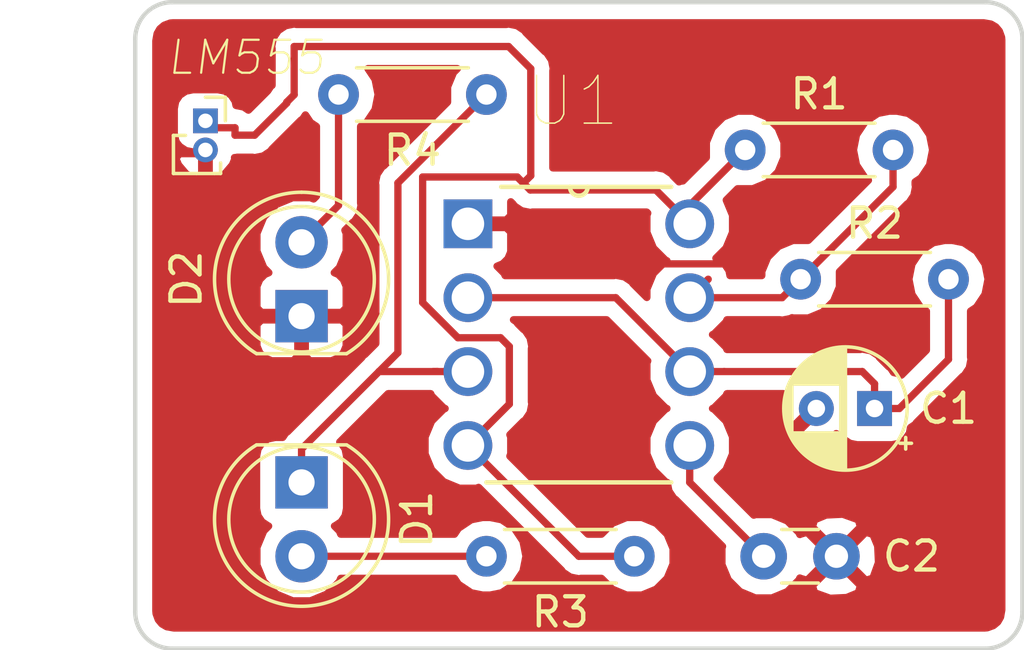
<source format=kicad_pcb>
(kicad_pcb (version 20171130) (host pcbnew "(5.0.0-3-g5ebb6b6)")

  (general
    (thickness 1.6)
    (drawings 8)
    (tracks 61)
    (zones 0)
    (modules 10)
    (nets 9)
  )

  (page A4)
  (layers
    (0 F.Cu signal)
    (31 B.Cu signal)
    (32 B.Adhes user)
    (33 F.Adhes user)
    (34 B.Paste user)
    (35 F.Paste user)
    (36 B.SilkS user)
    (37 F.SilkS user)
    (38 B.Mask user)
    (39 F.Mask user)
    (40 Dwgs.User user)
    (41 Cmts.User user)
    (42 Eco1.User user)
    (43 Eco2.User user)
    (44 Edge.Cuts user)
    (45 Margin user)
    (46 B.CrtYd user)
    (47 F.CrtYd user)
    (48 B.Fab user)
    (49 F.Fab user)
  )

  (setup
    (last_trace_width 0.25)
    (trace_clearance 0.2)
    (zone_clearance 0.508)
    (zone_45_only no)
    (trace_min 0.2)
    (segment_width 0.2)
    (edge_width 0.15)
    (via_size 0.8)
    (via_drill 0.4)
    (via_min_size 0.4)
    (via_min_drill 0.3)
    (uvia_size 0.3)
    (uvia_drill 0.1)
    (uvias_allowed no)
    (uvia_min_size 0.2)
    (uvia_min_drill 0.1)
    (pcb_text_width 0.3)
    (pcb_text_size 1.5 1.5)
    (mod_edge_width 0.15)
    (mod_text_size 1 1)
    (mod_text_width 0.15)
    (pad_size 1.6764 1.6764)
    (pad_drill 1.1176)
    (pad_to_mask_clearance 0.2)
    (aux_axis_origin 0 0)
    (visible_elements FFFFFF7F)
    (pcbplotparams
      (layerselection 0x010fc_ffffffff)
      (usegerberextensions true)
      (usegerberattributes false)
      (usegerberadvancedattributes false)
      (creategerberjobfile false)
      (excludeedgelayer true)
      (linewidth 0.100000)
      (plotframeref false)
      (viasonmask false)
      (mode 1)
      (useauxorigin false)
      (hpglpennumber 1)
      (hpglpenspeed 20)
      (hpglpendiameter 15.000000)
      (psnegative false)
      (psa4output false)
      (plotreference true)
      (plotvalue true)
      (plotinvisibletext false)
      (padsonsilk false)
      (subtractmaskfromsilk false)
      (outputformat 1)
      (mirror false)
      (drillshape 0)
      (scaleselection 1)
      (outputdirectory ""))
  )

  (net 0 "")
  (net 1 "Net-(C1-Pad1)")
  (net 2 GND)
  (net 3 "Net-(C2-Pad1)")
  (net 4 "Net-(D1-Pad2)")
  (net 5 "Net-(D1-Pad1)")
  (net 6 "Net-(D2-Pad2)")
  (net 7 "Net-(R1-Pad2)")
  (net 8 +5V)

  (net_class Default "This is the default net class."
    (clearance 0.2)
    (trace_width 0.25)
    (via_dia 0.8)
    (via_drill 0.4)
    (uvia_dia 0.3)
    (uvia_drill 0.1)
    (add_net +5V)
    (add_net GND)
    (add_net "Net-(C1-Pad1)")
    (add_net "Net-(C2-Pad1)")
    (add_net "Net-(D1-Pad1)")
    (add_net "Net-(D1-Pad2)")
    (add_net "Net-(D2-Pad2)")
    (add_net "Net-(R1-Pad2)")
  )

  (module Connector_PinSocket_1.00mm:PinSocket_1x02_P1.00mm_Vertical (layer F.Cu) (tedit 5C169525) (tstamp 5C3A7F96)
    (at 100.838 44.72)
    (descr "Through hole straight socket strip, 1x02, 1.00mm pitch, single row (https://gct.co/files/drawings/bc065.pdf), script generated")
    (tags "Through hole socket strip THT 1x02 1.00mm single row")
    (path /5C16BD9C)
    (fp_text reference "" (at -0.29 -2.25) (layer F.SilkS)
      (effects (font (size 1 1) (thickness 0.15)))
    )
    (fp_text value Conn_01x02_Male (at -0.29 3.25) (layer F.Fab)
      (effects (font (size 1 1) (thickness 0.15)))
    )
    (fp_line (start -1.04 -0.75) (end 0.085 -0.75) (layer F.Fab) (width 0.1))
    (fp_line (start 0.085 -0.75) (end 0.46 -0.375) (layer F.Fab) (width 0.1))
    (fp_line (start 0.46 -0.375) (end 0.46 1.75) (layer F.Fab) (width 0.1))
    (fp_line (start 0.46 1.75) (end -1.04 1.75) (layer F.Fab) (width 0.1))
    (fp_line (start -1.04 1.75) (end -1.04 -0.75) (layer F.Fab) (width 0.1))
    (fp_line (start -1.1 0.5) (end -0.685 0.5) (layer F.SilkS) (width 0.12))
    (fp_line (start -1.1 0.5) (end -1.1 1.81) (layer F.SilkS) (width 0.12))
    (fp_line (start -1.1 1.81) (end 0.52 1.81) (layer F.SilkS) (width 0.12))
    (fp_line (start 0.52 1.445898) (end 0.52 1.81) (layer F.SilkS) (width 0.12))
    (fp_line (start 0.685 -0.81) (end 0.685 0) (layer F.SilkS) (width 0.12))
    (fp_line (start 0 -0.81) (end 0.685 -0.81) (layer F.SilkS) (width 0.12))
    (fp_line (start -1.54 -1.25) (end 0.96 -1.25) (layer F.CrtYd) (width 0.05))
    (fp_line (start 0.96 -1.25) (end 0.96 2.25) (layer F.CrtYd) (width 0.05))
    (fp_line (start 0.96 2.25) (end -1.54 2.25) (layer F.CrtYd) (width 0.05))
    (fp_line (start -1.54 2.25) (end -1.54 -1.25) (layer F.CrtYd) (width 0.05))
    (fp_text user %R (at -0.29 0.5 90) (layer F.Fab)
      (effects (font (size 0.9 0.9) (thickness 0.14)))
    )
    (pad 1 thru_hole rect (at 0 0) (size 0.85 0.85) (drill 0.5) (layers *.Cu *.Mask)
      (net 8 +5V))
    (pad 2 thru_hole oval (at 0 1) (size 0.85 0.85) (drill 0.5) (layers *.Cu *.Mask)
      (net 2 GND))
    (model ${KISYS3DMOD}/Connector_PinSocket_1.00mm.3dshapes/PinSocket_1x02_P1.00mm_Vertical.wrl
      (at (xyz 0 0 0))
      (scale (xyz 1 1 1))
      (rotate (xyz 0 0 0))
    )
  )

  (module LM555CN:DIP254P762X533-8 (layer F.Cu) (tedit 5BF09C09) (tstamp 5C0392DC)
    (at 117.475 55.88)
    (path /5BDF38EB)
    (fp_text reference U1 (at -4.01395 -11.8386) (layer F.SilkS)
      (effects (font (size 1.64031 1.64031) (thickness 0.05)))
    )
    (fp_text value LM555 (at -15.24 -13.335) (layer F.SilkS)
      (effects (font (size 1.13398 1.13398) (thickness 0.0754) italic))
    )
    (fp_line (start -6.985 1.27) (end -0.635 1.27) (layer F.SilkS) (width 0.1524))
    (fp_line (start -0.635 -8.89) (end -3.5052 -8.89) (layer F.SilkS) (width 0.1524))
    (fp_line (start -3.5052 -8.89) (end -4.1148 -8.89) (layer F.SilkS) (width 0.1524))
    (fp_line (start -4.1148 -8.89) (end -6.477 -8.89) (layer F.SilkS) (width 0.1524))
    (fp_arc (start -3.81 -8.89) (end -4.1148 -8.89) (angle -180) (layer F.SilkS) (width 0.1524))
    (fp_line (start -6.985 -7.0612) (end -6.985 -8.1788) (layer Dwgs.User) (width 0))
    (fp_line (start -6.985 -8.1788) (end -8.1788 -8.1788) (layer Dwgs.User) (width 0))
    (fp_line (start -8.1788 -8.1788) (end -8.1788 -7.0612) (layer Dwgs.User) (width 0))
    (fp_line (start -8.1788 -7.0612) (end -6.985 -7.0612) (layer Dwgs.User) (width 0))
    (fp_line (start -6.985 -4.5212) (end -6.985 -5.6388) (layer Dwgs.User) (width 0))
    (fp_line (start -6.985 -5.6388) (end -8.1788 -5.6388) (layer Dwgs.User) (width 0))
    (fp_line (start -8.1788 -5.6388) (end -8.1788 -4.5212) (layer Dwgs.User) (width 0))
    (fp_line (start -8.1788 -4.5212) (end -6.985 -4.5212) (layer Dwgs.User) (width 0))
    (fp_line (start -6.985 -1.9812) (end -6.985 -3.0988) (layer Dwgs.User) (width 0))
    (fp_line (start -6.985 -3.0988) (end -8.1788 -3.0988) (layer Dwgs.User) (width 0))
    (fp_line (start -8.1788 -3.0988) (end -8.1788 -1.9812) (layer Dwgs.User) (width 0))
    (fp_line (start -8.1788 -1.9812) (end -6.985 -1.9812) (layer Dwgs.User) (width 0))
    (fp_line (start -6.985 0.5588) (end -6.985 -0.5588) (layer Dwgs.User) (width 0))
    (fp_line (start -6.985 -0.5588) (end -8.1788 -0.5588) (layer Dwgs.User) (width 0))
    (fp_line (start -8.1788 -0.5588) (end -8.1788 0.5588) (layer Dwgs.User) (width 0))
    (fp_line (start -8.1788 0.5588) (end -6.985 0.5588) (layer Dwgs.User) (width 0))
    (fp_line (start -0.635 -0.5588) (end -0.635 0.5588) (layer Dwgs.User) (width 0))
    (fp_line (start -0.635 0.5588) (end 0.5588 0.5588) (layer Dwgs.User) (width 0))
    (fp_line (start 0.5588 0.5588) (end 0.5588 -0.5588) (layer Dwgs.User) (width 0))
    (fp_line (start 0.5588 -0.5588) (end -0.635 -0.5588) (layer Dwgs.User) (width 0))
    (fp_line (start -0.635 -3.0988) (end -0.635 -1.9812) (layer Dwgs.User) (width 0))
    (fp_line (start -0.635 -1.9812) (end 0.5588 -1.9812) (layer Dwgs.User) (width 0))
    (fp_line (start 0.5588 -1.9812) (end 0.5588 -3.0988) (layer Dwgs.User) (width 0))
    (fp_line (start 0.5588 -3.0988) (end -0.635 -3.0988) (layer Dwgs.User) (width 0))
    (fp_line (start -0.635 -5.6388) (end -0.635 -4.5212) (layer Dwgs.User) (width 0))
    (fp_line (start -0.635 -4.5212) (end 0.5588 -4.5212) (layer Dwgs.User) (width 0))
    (fp_line (start 0.5588 -4.5212) (end 0.5588 -5.6388) (layer Dwgs.User) (width 0))
    (fp_line (start 0.5588 -5.6388) (end -0.635 -5.6388) (layer Dwgs.User) (width 0))
    (fp_line (start -0.635 -8.1788) (end -0.635 -7.0612) (layer Dwgs.User) (width 0))
    (fp_line (start -0.635 -7.0612) (end 0.5588 -7.0612) (layer Dwgs.User) (width 0))
    (fp_line (start 0.5588 -7.0612) (end 0.5588 -8.1788) (layer Dwgs.User) (width 0))
    (fp_line (start 0.5588 -8.1788) (end -0.635 -8.1788) (layer Dwgs.User) (width 0))
    (fp_line (start -6.985 1.27) (end -0.635 1.27) (layer Dwgs.User) (width 0))
    (fp_line (start -0.635 1.27) (end -0.635 -8.89) (layer Dwgs.User) (width 0))
    (fp_line (start -0.635 -8.89) (end -3.5052 -8.89) (layer Dwgs.User) (width 0))
    (fp_line (start -3.5052 -8.89) (end -4.1148 -8.89) (layer Dwgs.User) (width 0))
    (fp_line (start -4.1148 -8.89) (end -6.985 -8.89) (layer Dwgs.User) (width 0))
    (fp_line (start -6.985 -8.89) (end -6.985 1.27) (layer Dwgs.User) (width 0))
    (fp_arc (start -3.81 -8.89) (end -4.1148 -8.89) (angle -180) (layer Dwgs.User) (width 0))
    (pad 1 thru_hole rect (at -7.62 -7.62) (size 1.6764 1.6764) (drill 1.1176) (layers *.Cu *.Mask)
      (net 2 GND))
    (pad 2 thru_hole circle (at -7.62 -5.08) (size 1.6764 1.6764) (drill 1.1176) (layers *.Cu *.Mask)
      (net 1 "Net-(C1-Pad1)"))
    (pad 3 thru_hole circle (at -7.62 -2.54) (size 1.6764 1.6764) (drill 1.1176) (layers *.Cu *.Mask)
      (net 5 "Net-(D1-Pad1)"))
    (pad 4 thru_hole circle (at -7.62 0) (size 1.6764 1.6764) (drill 1.1176) (layers *.Cu *.Mask)
      (net 8 +5V))
    (pad 5 thru_hole circle (at 0 0) (size 1.6764 1.6764) (drill 1.1176) (layers *.Cu *.Mask)
      (net 3 "Net-(C2-Pad1)"))
    (pad 6 thru_hole circle (at 0 -2.54) (size 1.6764 1.6764) (drill 1.1176) (layers *.Cu *.Mask)
      (net 1 "Net-(C1-Pad1)"))
    (pad 7 thru_hole circle (at 0 -5.08) (size 1.6764 1.6764) (drill 1.1176) (layers *.Cu *.Mask)
      (net 7 "Net-(R1-Pad2)"))
    (pad 8 thru_hole circle (at 0 -7.62) (size 1.6764 1.6764) (drill 1.1176) (layers *.Cu *.Mask)
      (net 8 +5V))
  )

  (module LED_THT:LED_D5.0mm_Clear (layer F.Cu) (tedit 5A6C9BC0) (tstamp 5C039258)
    (at 104.14 51.435 90)
    (descr "LED, diameter 5.0mm, 2 pins, http://cdn-reichelt.de/documents/datenblatt/A500/LL-504BC2E-009.pdf")
    (tags "LED diameter 5.0mm 2 pins")
    (path /5BDF43D3)
    (fp_text reference D2 (at 1.27 -3.96 90) (layer F.SilkS)
      (effects (font (size 1 1) (thickness 0.15)))
    )
    (fp_text value LED_ALT (at 1.27 3.96 90) (layer F.Fab)
      (effects (font (size 1 1) (thickness 0.15)))
    )
    (fp_text user %R (at 1.25 0 90) (layer F.Fab)
      (effects (font (size 0.8 0.8) (thickness 0.2)))
    )
    (fp_line (start -1.23 -1.469694) (end -1.23 1.469694) (layer F.Fab) (width 0.1))
    (fp_line (start -1.29 -1.545) (end -1.29 1.545) (layer F.SilkS) (width 0.12))
    (fp_line (start -1.95 -3.25) (end -1.95 3.25) (layer F.CrtYd) (width 0.05))
    (fp_line (start -1.95 3.25) (end 4.5 3.25) (layer F.CrtYd) (width 0.05))
    (fp_line (start 4.5 3.25) (end 4.5 -3.25) (layer F.CrtYd) (width 0.05))
    (fp_line (start 4.5 -3.25) (end -1.95 -3.25) (layer F.CrtYd) (width 0.05))
    (fp_circle (center 1.27 0) (end 3.77 0) (layer F.Fab) (width 0.1))
    (fp_circle (center 1.27 0) (end 3.77 0) (layer F.SilkS) (width 0.12))
    (fp_arc (start 1.27 0) (end -1.23 -1.469694) (angle 299.1) (layer F.Fab) (width 0.1))
    (fp_arc (start 1.27 0) (end -1.29 -1.54483) (angle 148.9) (layer F.SilkS) (width 0.12))
    (fp_arc (start 1.27 0) (end -1.29 1.54483) (angle -148.9) (layer F.SilkS) (width 0.12))
    (pad 1 thru_hole rect (at 0 0 90) (size 1.8 1.8) (drill 0.9) (layers *.Cu *.Mask)
      (net 2 GND))
    (pad 2 thru_hole circle (at 2.54 0 90) (size 1.8 1.8) (drill 0.9) (layers *.Cu *.Mask)
      (net 6 "Net-(D2-Pad2)"))
    (model ${KISYS3DMOD}/LED_THT.3dshapes/LED_D5.0mm_Clear.wrl
      (at (xyz 0 0 0))
      (scale (xyz 1 1 1))
      (rotate (xyz 0 0 0))
    )
  )

  (module Capacitor_THT:CP_Radial_D4.0mm_P2.00mm (layer F.Cu) (tedit 5AE50EF0) (tstamp 5C039223)
    (at 123.825 54.61 180)
    (descr "CP, Radial series, Radial, pin pitch=2.00mm, , diameter=4mm, Electrolytic Capacitor")
    (tags "CP Radial series Radial pin pitch 2.00mm  diameter 4mm Electrolytic Capacitor")
    (path /5BDF42A1)
    (fp_text reference C1 (at -2.54 0 180) (layer F.SilkS)
      (effects (font (size 1 1) (thickness 0.15)))
    )
    (fp_text value CP (at 1 3.25 180) (layer F.Fab)
      (effects (font (size 1 1) (thickness 0.15)))
    )
    (fp_circle (center 1 0) (end 3 0) (layer F.Fab) (width 0.1))
    (fp_circle (center 1 0) (end 3.12 0) (layer F.SilkS) (width 0.12))
    (fp_circle (center 1 0) (end 3.25 0) (layer F.CrtYd) (width 0.05))
    (fp_line (start -0.702554 -0.8675) (end -0.302554 -0.8675) (layer F.Fab) (width 0.1))
    (fp_line (start -0.502554 -1.0675) (end -0.502554 -0.6675) (layer F.Fab) (width 0.1))
    (fp_line (start 1 -2.08) (end 1 2.08) (layer F.SilkS) (width 0.12))
    (fp_line (start 1.04 -2.08) (end 1.04 2.08) (layer F.SilkS) (width 0.12))
    (fp_line (start 1.08 -2.079) (end 1.08 2.079) (layer F.SilkS) (width 0.12))
    (fp_line (start 1.12 -2.077) (end 1.12 2.077) (layer F.SilkS) (width 0.12))
    (fp_line (start 1.16 -2.074) (end 1.16 2.074) (layer F.SilkS) (width 0.12))
    (fp_line (start 1.2 -2.071) (end 1.2 -0.84) (layer F.SilkS) (width 0.12))
    (fp_line (start 1.2 0.84) (end 1.2 2.071) (layer F.SilkS) (width 0.12))
    (fp_line (start 1.24 -2.067) (end 1.24 -0.84) (layer F.SilkS) (width 0.12))
    (fp_line (start 1.24 0.84) (end 1.24 2.067) (layer F.SilkS) (width 0.12))
    (fp_line (start 1.28 -2.062) (end 1.28 -0.84) (layer F.SilkS) (width 0.12))
    (fp_line (start 1.28 0.84) (end 1.28 2.062) (layer F.SilkS) (width 0.12))
    (fp_line (start 1.32 -2.056) (end 1.32 -0.84) (layer F.SilkS) (width 0.12))
    (fp_line (start 1.32 0.84) (end 1.32 2.056) (layer F.SilkS) (width 0.12))
    (fp_line (start 1.36 -2.05) (end 1.36 -0.84) (layer F.SilkS) (width 0.12))
    (fp_line (start 1.36 0.84) (end 1.36 2.05) (layer F.SilkS) (width 0.12))
    (fp_line (start 1.4 -2.042) (end 1.4 -0.84) (layer F.SilkS) (width 0.12))
    (fp_line (start 1.4 0.84) (end 1.4 2.042) (layer F.SilkS) (width 0.12))
    (fp_line (start 1.44 -2.034) (end 1.44 -0.84) (layer F.SilkS) (width 0.12))
    (fp_line (start 1.44 0.84) (end 1.44 2.034) (layer F.SilkS) (width 0.12))
    (fp_line (start 1.48 -2.025) (end 1.48 -0.84) (layer F.SilkS) (width 0.12))
    (fp_line (start 1.48 0.84) (end 1.48 2.025) (layer F.SilkS) (width 0.12))
    (fp_line (start 1.52 -2.016) (end 1.52 -0.84) (layer F.SilkS) (width 0.12))
    (fp_line (start 1.52 0.84) (end 1.52 2.016) (layer F.SilkS) (width 0.12))
    (fp_line (start 1.56 -2.005) (end 1.56 -0.84) (layer F.SilkS) (width 0.12))
    (fp_line (start 1.56 0.84) (end 1.56 2.005) (layer F.SilkS) (width 0.12))
    (fp_line (start 1.6 -1.994) (end 1.6 -0.84) (layer F.SilkS) (width 0.12))
    (fp_line (start 1.6 0.84) (end 1.6 1.994) (layer F.SilkS) (width 0.12))
    (fp_line (start 1.64 -1.982) (end 1.64 -0.84) (layer F.SilkS) (width 0.12))
    (fp_line (start 1.64 0.84) (end 1.64 1.982) (layer F.SilkS) (width 0.12))
    (fp_line (start 1.68 -1.968) (end 1.68 -0.84) (layer F.SilkS) (width 0.12))
    (fp_line (start 1.68 0.84) (end 1.68 1.968) (layer F.SilkS) (width 0.12))
    (fp_line (start 1.721 -1.954) (end 1.721 -0.84) (layer F.SilkS) (width 0.12))
    (fp_line (start 1.721 0.84) (end 1.721 1.954) (layer F.SilkS) (width 0.12))
    (fp_line (start 1.761 -1.94) (end 1.761 -0.84) (layer F.SilkS) (width 0.12))
    (fp_line (start 1.761 0.84) (end 1.761 1.94) (layer F.SilkS) (width 0.12))
    (fp_line (start 1.801 -1.924) (end 1.801 -0.84) (layer F.SilkS) (width 0.12))
    (fp_line (start 1.801 0.84) (end 1.801 1.924) (layer F.SilkS) (width 0.12))
    (fp_line (start 1.841 -1.907) (end 1.841 -0.84) (layer F.SilkS) (width 0.12))
    (fp_line (start 1.841 0.84) (end 1.841 1.907) (layer F.SilkS) (width 0.12))
    (fp_line (start 1.881 -1.889) (end 1.881 -0.84) (layer F.SilkS) (width 0.12))
    (fp_line (start 1.881 0.84) (end 1.881 1.889) (layer F.SilkS) (width 0.12))
    (fp_line (start 1.921 -1.87) (end 1.921 -0.84) (layer F.SilkS) (width 0.12))
    (fp_line (start 1.921 0.84) (end 1.921 1.87) (layer F.SilkS) (width 0.12))
    (fp_line (start 1.961 -1.851) (end 1.961 -0.84) (layer F.SilkS) (width 0.12))
    (fp_line (start 1.961 0.84) (end 1.961 1.851) (layer F.SilkS) (width 0.12))
    (fp_line (start 2.001 -1.83) (end 2.001 -0.84) (layer F.SilkS) (width 0.12))
    (fp_line (start 2.001 0.84) (end 2.001 1.83) (layer F.SilkS) (width 0.12))
    (fp_line (start 2.041 -1.808) (end 2.041 -0.84) (layer F.SilkS) (width 0.12))
    (fp_line (start 2.041 0.84) (end 2.041 1.808) (layer F.SilkS) (width 0.12))
    (fp_line (start 2.081 -1.785) (end 2.081 -0.84) (layer F.SilkS) (width 0.12))
    (fp_line (start 2.081 0.84) (end 2.081 1.785) (layer F.SilkS) (width 0.12))
    (fp_line (start 2.121 -1.76) (end 2.121 -0.84) (layer F.SilkS) (width 0.12))
    (fp_line (start 2.121 0.84) (end 2.121 1.76) (layer F.SilkS) (width 0.12))
    (fp_line (start 2.161 -1.735) (end 2.161 -0.84) (layer F.SilkS) (width 0.12))
    (fp_line (start 2.161 0.84) (end 2.161 1.735) (layer F.SilkS) (width 0.12))
    (fp_line (start 2.201 -1.708) (end 2.201 -0.84) (layer F.SilkS) (width 0.12))
    (fp_line (start 2.201 0.84) (end 2.201 1.708) (layer F.SilkS) (width 0.12))
    (fp_line (start 2.241 -1.68) (end 2.241 -0.84) (layer F.SilkS) (width 0.12))
    (fp_line (start 2.241 0.84) (end 2.241 1.68) (layer F.SilkS) (width 0.12))
    (fp_line (start 2.281 -1.65) (end 2.281 -0.84) (layer F.SilkS) (width 0.12))
    (fp_line (start 2.281 0.84) (end 2.281 1.65) (layer F.SilkS) (width 0.12))
    (fp_line (start 2.321 -1.619) (end 2.321 -0.84) (layer F.SilkS) (width 0.12))
    (fp_line (start 2.321 0.84) (end 2.321 1.619) (layer F.SilkS) (width 0.12))
    (fp_line (start 2.361 -1.587) (end 2.361 -0.84) (layer F.SilkS) (width 0.12))
    (fp_line (start 2.361 0.84) (end 2.361 1.587) (layer F.SilkS) (width 0.12))
    (fp_line (start 2.401 -1.552) (end 2.401 -0.84) (layer F.SilkS) (width 0.12))
    (fp_line (start 2.401 0.84) (end 2.401 1.552) (layer F.SilkS) (width 0.12))
    (fp_line (start 2.441 -1.516) (end 2.441 -0.84) (layer F.SilkS) (width 0.12))
    (fp_line (start 2.441 0.84) (end 2.441 1.516) (layer F.SilkS) (width 0.12))
    (fp_line (start 2.481 -1.478) (end 2.481 -0.84) (layer F.SilkS) (width 0.12))
    (fp_line (start 2.481 0.84) (end 2.481 1.478) (layer F.SilkS) (width 0.12))
    (fp_line (start 2.521 -1.438) (end 2.521 -0.84) (layer F.SilkS) (width 0.12))
    (fp_line (start 2.521 0.84) (end 2.521 1.438) (layer F.SilkS) (width 0.12))
    (fp_line (start 2.561 -1.396) (end 2.561 -0.84) (layer F.SilkS) (width 0.12))
    (fp_line (start 2.561 0.84) (end 2.561 1.396) (layer F.SilkS) (width 0.12))
    (fp_line (start 2.601 -1.351) (end 2.601 -0.84) (layer F.SilkS) (width 0.12))
    (fp_line (start 2.601 0.84) (end 2.601 1.351) (layer F.SilkS) (width 0.12))
    (fp_line (start 2.641 -1.304) (end 2.641 -0.84) (layer F.SilkS) (width 0.12))
    (fp_line (start 2.641 0.84) (end 2.641 1.304) (layer F.SilkS) (width 0.12))
    (fp_line (start 2.681 -1.254) (end 2.681 -0.84) (layer F.SilkS) (width 0.12))
    (fp_line (start 2.681 0.84) (end 2.681 1.254) (layer F.SilkS) (width 0.12))
    (fp_line (start 2.721 -1.2) (end 2.721 -0.84) (layer F.SilkS) (width 0.12))
    (fp_line (start 2.721 0.84) (end 2.721 1.2) (layer F.SilkS) (width 0.12))
    (fp_line (start 2.761 -1.142) (end 2.761 -0.84) (layer F.SilkS) (width 0.12))
    (fp_line (start 2.761 0.84) (end 2.761 1.142) (layer F.SilkS) (width 0.12))
    (fp_line (start 2.801 -1.08) (end 2.801 -0.84) (layer F.SilkS) (width 0.12))
    (fp_line (start 2.801 0.84) (end 2.801 1.08) (layer F.SilkS) (width 0.12))
    (fp_line (start 2.841 -1.013) (end 2.841 1.013) (layer F.SilkS) (width 0.12))
    (fp_line (start 2.881 -0.94) (end 2.881 0.94) (layer F.SilkS) (width 0.12))
    (fp_line (start 2.921 -0.859) (end 2.921 0.859) (layer F.SilkS) (width 0.12))
    (fp_line (start 2.961 -0.768) (end 2.961 0.768) (layer F.SilkS) (width 0.12))
    (fp_line (start 3.001 -0.664) (end 3.001 0.664) (layer F.SilkS) (width 0.12))
    (fp_line (start 3.041 -0.537) (end 3.041 0.537) (layer F.SilkS) (width 0.12))
    (fp_line (start 3.081 -0.37) (end 3.081 0.37) (layer F.SilkS) (width 0.12))
    (fp_line (start -1.269801 -1.195) (end -0.869801 -1.195) (layer F.SilkS) (width 0.12))
    (fp_line (start -1.069801 -1.395) (end -1.069801 -0.995) (layer F.SilkS) (width 0.12))
    (fp_text user %R (at 1 0 180) (layer F.Fab)
      (effects (font (size 0.8 0.8) (thickness 0.12)))
    )
    (pad 1 thru_hole rect (at 0 0 180) (size 1.2 1.2) (drill 0.6) (layers *.Cu *.Mask)
      (net 1 "Net-(C1-Pad1)"))
    (pad 2 thru_hole circle (at 2 0 180) (size 1.2 1.2) (drill 0.6) (layers *.Cu *.Mask)
      (net 2 GND))
    (model ${KISYS3DMOD}/Capacitor_THT.3dshapes/CP_Radial_D4.0mm_P2.00mm.wrl
      (at (xyz 0 0 0))
      (scale (xyz 1 1 1))
      (rotate (xyz 0 0 0))
    )
  )

  (module Capacitor_THT:C_Disc_D3.0mm_W1.6mm_P2.50mm (layer F.Cu) (tedit 5AE50EF0) (tstamp 5C039234)
    (at 120.015 59.69)
    (descr "C, Disc series, Radial, pin pitch=2.50mm, , diameter*width=3.0*1.6mm^2, Capacitor, http://www.vishay.com/docs/45233/krseries.pdf")
    (tags "C Disc series Radial pin pitch 2.50mm  diameter 3.0mm width 1.6mm Capacitor")
    (path /5BDF42FF)
    (fp_text reference C2 (at 5.08 0) (layer F.SilkS)
      (effects (font (size 1 1) (thickness 0.15)))
    )
    (fp_text value C (at 1.25 2.05) (layer F.Fab)
      (effects (font (size 1 1) (thickness 0.15)))
    )
    (fp_line (start -0.25 -0.8) (end -0.25 0.8) (layer F.Fab) (width 0.1))
    (fp_line (start -0.25 0.8) (end 2.75 0.8) (layer F.Fab) (width 0.1))
    (fp_line (start 2.75 0.8) (end 2.75 -0.8) (layer F.Fab) (width 0.1))
    (fp_line (start 2.75 -0.8) (end -0.25 -0.8) (layer F.Fab) (width 0.1))
    (fp_line (start 0.621 -0.92) (end 1.879 -0.92) (layer F.SilkS) (width 0.12))
    (fp_line (start 0.621 0.92) (end 1.879 0.92) (layer F.SilkS) (width 0.12))
    (fp_line (start -1.05 -1.05) (end -1.05 1.05) (layer F.CrtYd) (width 0.05))
    (fp_line (start -1.05 1.05) (end 3.55 1.05) (layer F.CrtYd) (width 0.05))
    (fp_line (start 3.55 1.05) (end 3.55 -1.05) (layer F.CrtYd) (width 0.05))
    (fp_line (start 3.55 -1.05) (end -1.05 -1.05) (layer F.CrtYd) (width 0.05))
    (fp_text user %R (at 1.25 0) (layer F.Fab)
      (effects (font (size 0.6 0.6) (thickness 0.09)))
    )
    (pad 1 thru_hole circle (at 0 0) (size 1.6 1.6) (drill 0.8) (layers *.Cu *.Mask)
      (net 3 "Net-(C2-Pad1)"))
    (pad 2 thru_hole circle (at 2.5 0) (size 1.6 1.6) (drill 0.8) (layers *.Cu *.Mask)
      (net 2 GND))
    (model ${KISYS3DMOD}/Capacitor_THT.3dshapes/C_Disc_D3.0mm_W1.6mm_P2.50mm.wrl
      (at (xyz 0 0 0))
      (scale (xyz 1 1 1))
      (rotate (xyz 0 0 0))
    )
  )

  (module LED_THT:LED_D5.0mm_Clear (layer F.Cu) (tedit 5A6C9BC0) (tstamp 5C039F1B)
    (at 104.14 57.15 270)
    (descr "LED, diameter 5.0mm, 2 pins, http://cdn-reichelt.de/documents/datenblatt/A500/LL-504BC2E-009.pdf")
    (tags "LED diameter 5.0mm 2 pins")
    (path /5BDF4EDF)
    (fp_text reference D1 (at 1.27 -3.96 270) (layer F.SilkS)
      (effects (font (size 1 1) (thickness 0.15)))
    )
    (fp_text value LED_ALT (at 1.27 3.96 270) (layer F.Fab)
      (effects (font (size 1 1) (thickness 0.15)))
    )
    (fp_arc (start 1.27 0) (end -1.29 1.54483) (angle -148.9) (layer F.SilkS) (width 0.12))
    (fp_arc (start 1.27 0) (end -1.29 -1.54483) (angle 148.9) (layer F.SilkS) (width 0.12))
    (fp_arc (start 1.27 0) (end -1.23 -1.469694) (angle 299.1) (layer F.Fab) (width 0.1))
    (fp_circle (center 1.27 0) (end 3.77 0) (layer F.SilkS) (width 0.12))
    (fp_circle (center 1.27 0) (end 3.77 0) (layer F.Fab) (width 0.1))
    (fp_line (start 4.5 -3.25) (end -1.95 -3.25) (layer F.CrtYd) (width 0.05))
    (fp_line (start 4.5 3.25) (end 4.5 -3.25) (layer F.CrtYd) (width 0.05))
    (fp_line (start -1.95 3.25) (end 4.5 3.25) (layer F.CrtYd) (width 0.05))
    (fp_line (start -1.95 -3.25) (end -1.95 3.25) (layer F.CrtYd) (width 0.05))
    (fp_line (start -1.29 -1.545) (end -1.29 1.545) (layer F.SilkS) (width 0.12))
    (fp_line (start -1.23 -1.469694) (end -1.23 1.469694) (layer F.Fab) (width 0.1))
    (fp_text user %R (at 1.25 0 270) (layer F.Fab)
      (effects (font (size 0.8 0.8) (thickness 0.2)))
    )
    (pad 2 thru_hole circle (at 2.54 0 270) (size 1.8 1.8) (drill 0.9) (layers *.Cu *.Mask)
      (net 4 "Net-(D1-Pad2)"))
    (pad 1 thru_hole rect (at 0 0 270) (size 1.8 1.8) (drill 0.9) (layers *.Cu *.Mask)
      (net 5 "Net-(D1-Pad1)"))
    (model ${KISYS3DMOD}/LED_THT.3dshapes/LED_D5.0mm_Clear.wrl
      (at (xyz 0 0 0))
      (scale (xyz 1 1 1))
      (rotate (xyz 0 0 0))
    )
  )

  (module Resistor_THT:R_Axial_DIN0204_L3.6mm_D1.6mm_P5.08mm_Horizontal (layer F.Cu) (tedit 5AE5139B) (tstamp 5C03926B)
    (at 119.38 45.72)
    (descr "Resistor, Axial_DIN0204 series, Axial, Horizontal, pin pitch=5.08mm, 0.167W, length*diameter=3.6*1.6mm^2, http://cdn-reichelt.de/documents/datenblatt/B400/1_4W%23YAG.pdf")
    (tags "Resistor Axial_DIN0204 series Axial Horizontal pin pitch 5.08mm 0.167W length 3.6mm diameter 1.6mm")
    (path /5BDF41FB)
    (fp_text reference R1 (at 2.54 -1.92) (layer F.SilkS)
      (effects (font (size 1 1) (thickness 0.15)))
    )
    (fp_text value R (at 2.54 1.92) (layer F.Fab)
      (effects (font (size 1 1) (thickness 0.15)))
    )
    (fp_text user %R (at 2.54 0) (layer F.Fab)
      (effects (font (size 0.72 0.72) (thickness 0.108)))
    )
    (fp_line (start 6.03 -1.05) (end -0.95 -1.05) (layer F.CrtYd) (width 0.05))
    (fp_line (start 6.03 1.05) (end 6.03 -1.05) (layer F.CrtYd) (width 0.05))
    (fp_line (start -0.95 1.05) (end 6.03 1.05) (layer F.CrtYd) (width 0.05))
    (fp_line (start -0.95 -1.05) (end -0.95 1.05) (layer F.CrtYd) (width 0.05))
    (fp_line (start 0.62 0.92) (end 4.46 0.92) (layer F.SilkS) (width 0.12))
    (fp_line (start 0.62 -0.92) (end 4.46 -0.92) (layer F.SilkS) (width 0.12))
    (fp_line (start 5.08 0) (end 4.34 0) (layer F.Fab) (width 0.1))
    (fp_line (start 0 0) (end 0.74 0) (layer F.Fab) (width 0.1))
    (fp_line (start 4.34 -0.8) (end 0.74 -0.8) (layer F.Fab) (width 0.1))
    (fp_line (start 4.34 0.8) (end 4.34 -0.8) (layer F.Fab) (width 0.1))
    (fp_line (start 0.74 0.8) (end 4.34 0.8) (layer F.Fab) (width 0.1))
    (fp_line (start 0.74 -0.8) (end 0.74 0.8) (layer F.Fab) (width 0.1))
    (pad 2 thru_hole oval (at 5.08 0) (size 1.4 1.4) (drill 0.7) (layers *.Cu *.Mask)
      (net 7 "Net-(R1-Pad2)"))
    (pad 1 thru_hole circle (at 0 0) (size 1.4 1.4) (drill 0.7) (layers *.Cu *.Mask)
      (net 8 +5V))
    (model ${KISYS3DMOD}/Resistor_THT.3dshapes/R_Axial_DIN0204_L3.6mm_D1.6mm_P5.08mm_Horizontal.wrl
      (at (xyz 0 0 0))
      (scale (xyz 1 1 1))
      (rotate (xyz 0 0 0))
    )
  )

  (module Resistor_THT:R_Axial_DIN0204_L3.6mm_D1.6mm_P5.08mm_Horizontal (layer F.Cu) (tedit 5AE5139B) (tstamp 5C03927E)
    (at 121.285 50.165)
    (descr "Resistor, Axial_DIN0204 series, Axial, Horizontal, pin pitch=5.08mm, 0.167W, length*diameter=3.6*1.6mm^2, http://cdn-reichelt.de/documents/datenblatt/B400/1_4W%23YAG.pdf")
    (tags "Resistor Axial_DIN0204 series Axial Horizontal pin pitch 5.08mm 0.167W length 3.6mm diameter 1.6mm")
    (path /5BDF41DC)
    (fp_text reference R2 (at 2.54 -1.92) (layer F.SilkS)
      (effects (font (size 1 1) (thickness 0.15)))
    )
    (fp_text value R (at 2.54 1.92) (layer F.Fab)
      (effects (font (size 1 1) (thickness 0.15)))
    )
    (fp_text user %R (at 2.54 0) (layer F.Fab)
      (effects (font (size 0.72 0.72) (thickness 0.108)))
    )
    (fp_line (start 6.03 -1.05) (end -0.95 -1.05) (layer F.CrtYd) (width 0.05))
    (fp_line (start 6.03 1.05) (end 6.03 -1.05) (layer F.CrtYd) (width 0.05))
    (fp_line (start -0.95 1.05) (end 6.03 1.05) (layer F.CrtYd) (width 0.05))
    (fp_line (start -0.95 -1.05) (end -0.95 1.05) (layer F.CrtYd) (width 0.05))
    (fp_line (start 0.62 0.92) (end 4.46 0.92) (layer F.SilkS) (width 0.12))
    (fp_line (start 0.62 -0.92) (end 4.46 -0.92) (layer F.SilkS) (width 0.12))
    (fp_line (start 5.08 0) (end 4.34 0) (layer F.Fab) (width 0.1))
    (fp_line (start 0 0) (end 0.74 0) (layer F.Fab) (width 0.1))
    (fp_line (start 4.34 -0.8) (end 0.74 -0.8) (layer F.Fab) (width 0.1))
    (fp_line (start 4.34 0.8) (end 4.34 -0.8) (layer F.Fab) (width 0.1))
    (fp_line (start 0.74 0.8) (end 4.34 0.8) (layer F.Fab) (width 0.1))
    (fp_line (start 0.74 -0.8) (end 0.74 0.8) (layer F.Fab) (width 0.1))
    (pad 2 thru_hole oval (at 5.08 0) (size 1.4 1.4) (drill 0.7) (layers *.Cu *.Mask)
      (net 1 "Net-(C1-Pad1)"))
    (pad 1 thru_hole circle (at 0 0) (size 1.4 1.4) (drill 0.7) (layers *.Cu *.Mask)
      (net 7 "Net-(R1-Pad2)"))
    (model ${KISYS3DMOD}/Resistor_THT.3dshapes/R_Axial_DIN0204_L3.6mm_D1.6mm_P5.08mm_Horizontal.wrl
      (at (xyz 0 0 0))
      (scale (xyz 1 1 1))
      (rotate (xyz 0 0 0))
    )
  )

  (module Resistor_THT:R_Axial_DIN0204_L3.6mm_D1.6mm_P5.08mm_Horizontal (layer F.Cu) (tedit 5AE5139B) (tstamp 5C039291)
    (at 115.57 59.69 180)
    (descr "Resistor, Axial_DIN0204 series, Axial, Horizontal, pin pitch=5.08mm, 0.167W, length*diameter=3.6*1.6mm^2, http://cdn-reichelt.de/documents/datenblatt/B400/1_4W%23YAG.pdf")
    (tags "Resistor Axial_DIN0204 series Axial Horizontal pin pitch 5.08mm 0.167W length 3.6mm diameter 1.6mm")
    (path /5BDF41EB)
    (fp_text reference R3 (at 2.54 -1.92 180) (layer F.SilkS)
      (effects (font (size 1 1) (thickness 0.15)))
    )
    (fp_text value R (at 2.54 1.92 180) (layer F.Fab)
      (effects (font (size 1 1) (thickness 0.15)))
    )
    (fp_line (start 0.74 -0.8) (end 0.74 0.8) (layer F.Fab) (width 0.1))
    (fp_line (start 0.74 0.8) (end 4.34 0.8) (layer F.Fab) (width 0.1))
    (fp_line (start 4.34 0.8) (end 4.34 -0.8) (layer F.Fab) (width 0.1))
    (fp_line (start 4.34 -0.8) (end 0.74 -0.8) (layer F.Fab) (width 0.1))
    (fp_line (start 0 0) (end 0.74 0) (layer F.Fab) (width 0.1))
    (fp_line (start 5.08 0) (end 4.34 0) (layer F.Fab) (width 0.1))
    (fp_line (start 0.62 -0.92) (end 4.46 -0.92) (layer F.SilkS) (width 0.12))
    (fp_line (start 0.62 0.92) (end 4.46 0.92) (layer F.SilkS) (width 0.12))
    (fp_line (start -0.95 -1.05) (end -0.95 1.05) (layer F.CrtYd) (width 0.05))
    (fp_line (start -0.95 1.05) (end 6.03 1.05) (layer F.CrtYd) (width 0.05))
    (fp_line (start 6.03 1.05) (end 6.03 -1.05) (layer F.CrtYd) (width 0.05))
    (fp_line (start 6.03 -1.05) (end -0.95 -1.05) (layer F.CrtYd) (width 0.05))
    (fp_text user %R (at 2.54 0 180) (layer F.Fab)
      (effects (font (size 0.72 0.72) (thickness 0.108)))
    )
    (pad 1 thru_hole circle (at 0 0 180) (size 1.4 1.4) (drill 0.7) (layers *.Cu *.Mask)
      (net 8 +5V))
    (pad 2 thru_hole oval (at 5.08 0 180) (size 1.4 1.4) (drill 0.7) (layers *.Cu *.Mask)
      (net 4 "Net-(D1-Pad2)"))
    (model ${KISYS3DMOD}/Resistor_THT.3dshapes/R_Axial_DIN0204_L3.6mm_D1.6mm_P5.08mm_Horizontal.wrl
      (at (xyz 0 0 0))
      (scale (xyz 1 1 1))
      (rotate (xyz 0 0 0))
    )
  )

  (module Resistor_THT:R_Axial_DIN0204_L3.6mm_D1.6mm_P5.08mm_Horizontal (layer F.Cu) (tedit 5AE5139B) (tstamp 5C0392A4)
    (at 110.49 43.815 180)
    (descr "Resistor, Axial_DIN0204 series, Axial, Horizontal, pin pitch=5.08mm, 0.167W, length*diameter=3.6*1.6mm^2, http://cdn-reichelt.de/documents/datenblatt/B400/1_4W%23YAG.pdf")
    (tags "Resistor Axial_DIN0204 series Axial Horizontal pin pitch 5.08mm 0.167W length 3.6mm diameter 1.6mm")
    (path /5BDF415D)
    (fp_text reference R4 (at 2.54 -1.92 180) (layer F.SilkS)
      (effects (font (size 1 1) (thickness 0.15)))
    )
    (fp_text value R (at 2.54 1.92 180) (layer F.Fab)
      (effects (font (size 1 1) (thickness 0.15)))
    )
    (fp_line (start 0.74 -0.8) (end 0.74 0.8) (layer F.Fab) (width 0.1))
    (fp_line (start 0.74 0.8) (end 4.34 0.8) (layer F.Fab) (width 0.1))
    (fp_line (start 4.34 0.8) (end 4.34 -0.8) (layer F.Fab) (width 0.1))
    (fp_line (start 4.34 -0.8) (end 0.74 -0.8) (layer F.Fab) (width 0.1))
    (fp_line (start 0 0) (end 0.74 0) (layer F.Fab) (width 0.1))
    (fp_line (start 5.08 0) (end 4.34 0) (layer F.Fab) (width 0.1))
    (fp_line (start 0.62 -0.92) (end 4.46 -0.92) (layer F.SilkS) (width 0.12))
    (fp_line (start 0.62 0.92) (end 4.46 0.92) (layer F.SilkS) (width 0.12))
    (fp_line (start -0.95 -1.05) (end -0.95 1.05) (layer F.CrtYd) (width 0.05))
    (fp_line (start -0.95 1.05) (end 6.03 1.05) (layer F.CrtYd) (width 0.05))
    (fp_line (start 6.03 1.05) (end 6.03 -1.05) (layer F.CrtYd) (width 0.05))
    (fp_line (start 6.03 -1.05) (end -0.95 -1.05) (layer F.CrtYd) (width 0.05))
    (fp_text user %R (at 2.54 0 180) (layer F.Fab)
      (effects (font (size 0.72 0.72) (thickness 0.108)))
    )
    (pad 1 thru_hole circle (at 0 0 180) (size 1.4 1.4) (drill 0.7) (layers *.Cu *.Mask)
      (net 5 "Net-(D1-Pad1)"))
    (pad 2 thru_hole oval (at 5.08 0 180) (size 1.4 1.4) (drill 0.7) (layers *.Cu *.Mask)
      (net 6 "Net-(D2-Pad2)"))
    (model ${KISYS3DMOD}/Resistor_THT.3dshapes/R_Axial_DIN0204_L3.6mm_D1.6mm_P5.08mm_Horizontal.wrl
      (at (xyz 0 0 0))
      (scale (xyz 1 1 1))
      (rotate (xyz 0 0 0))
    )
  )

  (gr_line (start 127.635 40.64) (end 99.695 40.64) (layer Edge.Cuts) (width 0.15))
  (gr_line (start 128.905 61.595) (end 128.905 41.91) (layer Edge.Cuts) (width 0.15))
  (gr_line (start 99.695 62.865) (end 127.635 62.865) (layer Edge.Cuts) (width 0.15))
  (gr_line (start 98.425 41.91) (end 98.425 61.595) (layer Edge.Cuts) (width 0.15))
  (gr_arc (start 99.695 41.91) (end 99.695 40.64) (angle -90) (layer Edge.Cuts) (width 0.15))
  (gr_arc (start 99.695 61.595) (end 98.425 61.595) (angle -90) (layer Edge.Cuts) (width 0.15))
  (gr_arc (start 127.635 61.595) (end 127.635 62.865) (angle -90) (layer Edge.Cuts) (width 0.15))
  (gr_arc (start 127.635 41.91) (end 128.905 41.91) (angle -90) (layer Edge.Cuts) (width 0.15))

  (segment (start 124.675 54.61) (end 123.825 54.61) (width 0.25) (layer F.Cu) (net 1))
  (segment (start 126.365 52.92) (end 124.675 54.61) (width 0.25) (layer F.Cu) (net 1))
  (segment (start 126.365 50.165) (end 126.365 52.92) (width 0.25) (layer F.Cu) (net 1))
  (segment (start 118.660393 53.34) (end 117.475 53.34) (width 0.25) (layer F.Cu) (net 1))
  (segment (start 123.405 53.34) (end 118.660393 53.34) (width 0.25) (layer F.Cu) (net 1))
  (segment (start 123.825 53.76) (end 123.405 53.34) (width 0.25) (layer F.Cu) (net 1))
  (segment (start 123.825 54.61) (end 123.825 53.76) (width 0.25) (layer F.Cu) (net 1))
  (segment (start 114.935 50.8) (end 117.475 53.34) (width 0.25) (layer F.Cu) (net 1))
  (segment (start 109.855 50.8) (end 114.935 50.8) (width 0.25) (layer F.Cu) (net 1))
  (segment (start 110.673462 48.26) (end 109.855 48.26) (width 0.25) (layer F.Cu) (net 2))
  (segment (start 121.412 46.99) (end 121.412 41.91) (width 0.25) (layer F.Cu) (net 2))
  (segment (start 118.765201 49.636799) (end 121.412 46.99) (width 0.25) (layer F.Cu) (net 2))
  (segment (start 114.193201 49.636799) (end 118.765201 49.636799) (width 0.25) (layer F.Cu) (net 2))
  (segment (start 109.855 48.26) (end 112.816402 48.26) (width 0.25) (layer F.Cu) (net 2))
  (segment (start 117.475 57.15) (end 120.015 59.69) (width 0.25) (layer F.Cu) (net 3))
  (segment (start 117.475 55.88) (end 117.475 57.15) (width 0.25) (layer F.Cu) (net 3))
  (segment (start 104.14 59.69) (end 110.49 59.69) (width 0.25) (layer F.Cu) (net 4))
  (segment (start 103.505 56.515) (end 104.14 57.15) (width 0.25) (layer F.Cu) (net 5))
  (segment (start 104.14 57.15) (end 104.14 56) (width 0.25) (layer F.Cu) (net 5))
  (segment (start 108.8 53.34) (end 109.855 53.34) (width 0.25) (layer F.Cu) (net 5))
  (segment (start 110.49 43.815) (end 107.45 46.855) (width 0.25) (layer F.Cu) (net 5))
  (segment (start 108.669607 53.34) (end 108.8 53.34) (width 0.25) (layer F.Cu) (net 5))
  (segment (start 106.8 53.34) (end 108.8 53.34) (width 0.25) (layer F.Cu) (net 5))
  (segment (start 104.14 56) (end 106.8 53.34) (width 0.25) (layer F.Cu) (net 5))
  (segment (start 107.45 52.69) (end 106.8 53.34) (width 0.25) (layer F.Cu) (net 5))
  (segment (start 107.45 46.855) (end 107.45 52.69) (width 0.25) (layer F.Cu) (net 5))
  (segment (start 105.41 47.625) (end 104.14 48.895) (width 0.25) (layer F.Cu) (net 6))
  (segment (start 105.41 43.815) (end 105.41 47.625) (width 0.25) (layer F.Cu) (net 6))
  (segment (start 118.11 50.165) (end 117.475 50.8) (width 0.25) (layer F.Cu) (net 7))
  (segment (start 120.65 50.8) (end 121.285 50.165) (width 0.25) (layer F.Cu) (net 7))
  (segment (start 117.475 50.8) (end 120.65 50.8) (width 0.25) (layer F.Cu) (net 7))
  (segment (start 124.46 46.99) (end 121.285 50.165) (width 0.25) (layer F.Cu) (net 7))
  (segment (start 124.46 45.72) (end 124.46 46.99) (width 0.25) (layer F.Cu) (net 7))
  (segment (start 117.475 47.625) (end 117.475 48.26) (width 0.25) (layer F.Cu) (net 8))
  (segment (start 119.38 45.72) (end 117.475 47.625) (width 0.25) (layer F.Cu) (net 8))
  (segment (start 116.311799 47.096799) (end 111.996799 47.096799) (width 0.25) (layer F.Cu) (net 8))
  (segment (start 117.475 48.26) (end 116.311799 47.096799) (width 0.25) (layer F.Cu) (net 8))
  (segment (start 111.55 46.65) (end 108.3 46.65) (width 0.25) (layer F.Cu) (net 8))
  (segment (start 108.3 50.966538) (end 109.510261 52.176799) (width 0.25) (layer F.Cu) (net 8))
  (segment (start 109.510261 52.176799) (end 110.976799 52.176799) (width 0.25) (layer F.Cu) (net 8))
  (segment (start 108.3 46.65) (end 108.3 50.966538) (width 0.25) (layer F.Cu) (net 8))
  (segment (start 111.278 54.457) (end 109.855 55.88) (width 0.25) (layer F.Cu) (net 8))
  (segment (start 111.278 52.478) (end 111.278 54.457) (width 0.25) (layer F.Cu) (net 8))
  (segment (start 110.976799 52.176799) (end 111.278 52.478) (width 0.25) (layer F.Cu) (net 8))
  (segment (start 113.665 59.69) (end 115.57 59.69) (width 0.25) (layer F.Cu) (net 8))
  (segment (start 109.855 55.88) (end 113.665 59.69) (width 0.25) (layer F.Cu) (net 8))
  (segment (start 111.76 46.86) (end 111.55 46.65) (width 0.25) (layer F.Cu) (net 8))
  (segment (start 111.996799 47.096799) (end 111.76 46.86) (width 0.25) (layer F.Cu) (net 8))
  (segment (start 103.632 44.075998) (end 103.632 44.109) (width 0.25) (layer F.Cu) (net 8))
  (segment (start 112.014 46.606) (end 112.014 42.926) (width 0.25) (layer F.Cu) (net 8))
  (segment (start 103.886 43.821998) (end 103.632 44.075998) (width 0.25) (layer F.Cu) (net 8))
  (segment (start 101.854 44.958) (end 101.076 44.958) (width 0.25) (layer F.Cu) (net 8))
  (segment (start 111.252 42.164) (end 103.886 42.164) (width 0.25) (layer F.Cu) (net 8))
  (segment (start 103.632 44.109) (end 102.529 45.212) (width 0.25) (layer F.Cu) (net 8))
  (segment (start 111.76 46.86) (end 112.014 46.606) (width 0.25) (layer F.Cu) (net 8))
  (segment (start 103.886 42.164) (end 103.886 43.821998) (width 0.25) (layer F.Cu) (net 8))
  (segment (start 101.03401 44.91601) (end 101.03401 44.806008) (width 0.25) (layer F.Cu) (net 8))
  (segment (start 101.076 44.958) (end 101.03401 44.91601) (width 0.25) (layer F.Cu) (net 8))
  (segment (start 102.529 45.212) (end 101.854 45.212) (width 0.25) (layer F.Cu) (net 8))
  (segment (start 112.014 42.926) (end 111.252 42.164) (width 0.25) (layer F.Cu) (net 8))
  (segment (start 101.854 45.212) (end 101.854 44.958) (width 0.25) (layer F.Cu) (net 8))

  (zone (net 2) (net_name GND) (layer F.Cu) (tstamp 5C3A8C2B) (hatch edge 0.508)
    (connect_pads thru_hole_only (clearance 0.508))
    (min_thickness 0.254)
    (fill yes (arc_segments 16) (thermal_gap 0.508) (thermal_bridge_width 0.508))
    (polygon
      (pts
        (xy 98.806 41.148) (xy 128.524 41.148) (xy 128.524 62.484) (xy 98.806 62.484)
      )
    )
    (filled_polygon
      (pts
        (xy 127.822787 41.394065) (xy 127.98792 41.489405) (xy 128.110488 41.635477) (xy 128.186555 41.844465) (xy 128.195001 41.941007)
        (xy 128.195 61.532881) (xy 128.150935 61.782787) (xy 128.055596 61.947919) (xy 127.909524 62.070488) (xy 127.700532 62.146555)
        (xy 127.604004 62.155) (xy 99.757119 62.155) (xy 99.507213 62.110935) (xy 99.342081 62.015596) (xy 99.219512 61.869524)
        (xy 99.143445 61.660532) (xy 99.135 61.564004) (xy 99.135 51.72075) (xy 102.605 51.72075) (xy 102.605 52.461309)
        (xy 102.701673 52.694698) (xy 102.880301 52.873327) (xy 103.11369 52.97) (xy 103.85425 52.97) (xy 104.013 52.81125)
        (xy 104.013 51.562) (xy 104.267 51.562) (xy 104.267 52.81125) (xy 104.42575 52.97) (xy 105.16631 52.97)
        (xy 105.399699 52.873327) (xy 105.578327 52.694698) (xy 105.675 52.461309) (xy 105.675 51.72075) (xy 105.51625 51.562)
        (xy 104.267 51.562) (xy 104.013 51.562) (xy 102.76375 51.562) (xy 102.605 51.72075) (xy 99.135 51.72075)
        (xy 99.135 46.010062) (xy 99.81846 46.010062) (xy 99.911959 46.235826) (xy 100.179848 46.550942) (xy 100.547935 46.739554)
        (xy 100.711 46.613628) (xy 100.711 45.847) (xy 99.945743 45.847) (xy 99.81846 46.010062) (xy 99.135 46.010062)
        (xy 99.135 44.295) (xy 99.76556 44.295) (xy 99.76556 45.145) (xy 99.814843 45.392765) (xy 99.82658 45.410331)
        (xy 99.81846 45.429938) (xy 99.945743 45.593) (xy 99.948637 45.593) (xy 99.955191 45.602809) (xy 100.165235 45.743157)
        (xy 100.413 45.79244) (xy 100.985 45.79244) (xy 100.985 45.847) (xy 100.965 45.847) (xy 100.965 46.613628)
        (xy 101.128065 46.739554) (xy 101.496152 46.550942) (xy 101.764041 46.235826) (xy 101.85754 46.010062) (xy 101.836778 45.983463)
        (xy 101.854 45.986889) (xy 101.928852 45.972) (xy 102.454153 45.972) (xy 102.529 45.986888) (xy 102.603847 45.972)
        (xy 102.603852 45.972) (xy 102.825537 45.927904) (xy 103.076929 45.759929) (xy 103.119331 45.69647) (xy 104.116473 44.699329)
        (xy 104.179929 44.656929) (xy 104.25946 44.537902) (xy 104.273449 44.516967) (xy 104.447519 44.777481) (xy 104.65 44.912775)
        (xy 104.650001 47.310197) (xy 104.554838 47.40536) (xy 104.44533 47.36) (xy 103.83467 47.36) (xy 103.270493 47.59369)
        (xy 102.83869 48.025493) (xy 102.605 48.58967) (xy 102.605 49.20033) (xy 102.83869 49.764507) (xy 103.015044 49.940861)
        (xy 102.880301 49.996673) (xy 102.701673 50.175302) (xy 102.605 50.408691) (xy 102.605 51.14925) (xy 102.76375 51.308)
        (xy 104.013 51.308) (xy 104.013 51.288) (xy 104.267 51.288) (xy 104.267 51.308) (xy 105.51625 51.308)
        (xy 105.675 51.14925) (xy 105.675 50.408691) (xy 105.578327 50.175302) (xy 105.399699 49.996673) (xy 105.264956 49.940861)
        (xy 105.44131 49.764507) (xy 105.675 49.20033) (xy 105.675 48.58967) (xy 105.62964 48.480162) (xy 105.894473 48.215329)
        (xy 105.957929 48.172929) (xy 106.125904 47.921537) (xy 106.17 47.699852) (xy 106.17 47.699848) (xy 106.184888 47.625001)
        (xy 106.17 47.550154) (xy 106.17 44.912774) (xy 106.372481 44.777481) (xy 106.667542 44.335891) (xy 106.771154 43.815)
        (xy 106.667542 43.294109) (xy 106.420243 42.924) (xy 109.493025 42.924) (xy 109.358242 43.058783) (xy 109.155 43.549452)
        (xy 109.155 44.075198) (xy 106.96553 46.264669) (xy 106.902071 46.307071) (xy 106.734096 46.558464) (xy 106.69 46.780149)
        (xy 106.69 46.780153) (xy 106.675112 46.855) (xy 106.69 46.929847) (xy 106.690001 52.375197) (xy 106.31553 52.749669)
        (xy 106.252071 52.792071) (xy 106.209672 52.855526) (xy 103.655528 55.409671) (xy 103.592072 55.452071) (xy 103.549672 55.515527)
        (xy 103.549671 55.515528) (xy 103.491518 55.60256) (xy 103.24 55.60256) (xy 102.992235 55.651843) (xy 102.782191 55.792191)
        (xy 102.641843 56.002235) (xy 102.59256 56.25) (xy 102.59256 58.05) (xy 102.641843 58.297765) (xy 102.782191 58.507809)
        (xy 102.992235 58.648157) (xy 103.007908 58.651275) (xy 102.83869 58.820493) (xy 102.605 59.38467) (xy 102.605 59.99533)
        (xy 102.83869 60.559507) (xy 103.270493 60.99131) (xy 103.83467 61.225) (xy 104.44533 61.225) (xy 105.009507 60.99131)
        (xy 105.44131 60.559507) (xy 105.486669 60.45) (xy 109.392226 60.45) (xy 109.527519 60.652481) (xy 109.969109 60.947542)
        (xy 110.358515 61.025) (xy 110.621485 61.025) (xy 111.010891 60.947542) (xy 111.452481 60.652481) (xy 111.747542 60.210891)
        (xy 111.851154 59.69) (xy 111.747542 59.169109) (xy 111.452481 58.727519) (xy 111.010891 58.432458) (xy 110.621485 58.355)
        (xy 110.358515 58.355) (xy 109.969109 58.432458) (xy 109.527519 58.727519) (xy 109.392226 58.93) (xy 105.486669 58.93)
        (xy 105.44131 58.820493) (xy 105.272092 58.651275) (xy 105.287765 58.648157) (xy 105.497809 58.507809) (xy 105.638157 58.297765)
        (xy 105.68744 58.05) (xy 105.68744 56.25) (xy 105.638157 56.002235) (xy 105.497809 55.792191) (xy 105.452731 55.76207)
        (xy 107.114802 54.1) (xy 108.575222 54.1) (xy 108.606081 54.174501) (xy 109.020499 54.588919) (xy 109.071393 54.61)
        (xy 109.020499 54.631081) (xy 108.606081 55.045499) (xy 108.3818 55.586962) (xy 108.3818 56.173038) (xy 108.606081 56.714501)
        (xy 109.020499 57.128919) (xy 109.561962 57.3532) (xy 110.148038 57.3532) (xy 110.222539 57.322341) (xy 113.074671 60.174473)
        (xy 113.117071 60.237929) (xy 113.180527 60.280329) (xy 113.368462 60.405904) (xy 113.416605 60.41548) (xy 113.590148 60.45)
        (xy 113.590152 60.45) (xy 113.665 60.464888) (xy 113.739848 60.45) (xy 114.442025 60.45) (xy 114.813783 60.821758)
        (xy 115.304452 61.025) (xy 115.835548 61.025) (xy 116.326217 60.821758) (xy 116.701758 60.446217) (xy 116.905 59.955548)
        (xy 116.905 59.424452) (xy 116.701758 58.933783) (xy 116.326217 58.558242) (xy 115.835548 58.355) (xy 115.304452 58.355)
        (xy 114.813783 58.558242) (xy 114.442025 58.93) (xy 113.979802 58.93) (xy 111.297341 56.247539) (xy 111.3282 56.173038)
        (xy 111.3282 55.586962) (xy 111.297341 55.512461) (xy 111.762473 55.047329) (xy 111.825929 55.004929) (xy 111.993904 54.753537)
        (xy 112.038 54.531852) (xy 112.038 54.531847) (xy 112.052888 54.457) (xy 112.038 54.382153) (xy 112.038 52.552848)
        (xy 112.052888 52.478) (xy 112.038 52.403152) (xy 112.038 52.403148) (xy 111.993904 52.181463) (xy 111.825929 51.930071)
        (xy 111.76247 51.887669) (xy 111.56713 51.692329) (xy 111.524728 51.62887) (xy 111.421657 51.56) (xy 114.620199 51.56)
        (xy 116.032659 52.972461) (xy 116.0018 53.046962) (xy 116.0018 53.633038) (xy 116.226081 54.174501) (xy 116.640499 54.588919)
        (xy 116.691393 54.61) (xy 116.640499 54.631081) (xy 116.226081 55.045499) (xy 116.0018 55.586962) (xy 116.0018 56.173038)
        (xy 116.226081 56.714501) (xy 116.640499 57.128919) (xy 116.700895 57.153936) (xy 116.715001 57.224851) (xy 116.715001 57.224852)
        (xy 116.759097 57.446537) (xy 116.927072 57.697929) (xy 116.990528 57.740329) (xy 118.601896 59.351699) (xy 118.58 59.404561)
        (xy 118.58 59.975439) (xy 118.798466 60.502862) (xy 119.202138 60.906534) (xy 119.729561 61.125) (xy 120.300439 61.125)
        (xy 120.827862 60.906534) (xy 121.036651 60.697745) (xy 121.686861 60.697745) (xy 121.760995 60.943864) (xy 122.298223 61.136965)
        (xy 122.868454 61.109778) (xy 123.269005 60.943864) (xy 123.343139 60.697745) (xy 122.515 59.869605) (xy 121.686861 60.697745)
        (xy 121.036651 60.697745) (xy 121.231534 60.502862) (xy 121.258525 60.437701) (xy 121.261136 60.444005) (xy 121.507255 60.518139)
        (xy 122.335395 59.69) (xy 122.694605 59.69) (xy 123.522745 60.518139) (xy 123.768864 60.444005) (xy 123.961965 59.906777)
        (xy 123.934778 59.336546) (xy 123.768864 58.935995) (xy 123.522745 58.861861) (xy 122.694605 59.69) (xy 122.335395 59.69)
        (xy 121.507255 58.861861) (xy 121.261136 58.935995) (xy 121.25871 58.942746) (xy 121.231534 58.877138) (xy 121.036651 58.682255)
        (xy 121.686861 58.682255) (xy 122.515 59.510395) (xy 123.343139 58.682255) (xy 123.269005 58.436136) (xy 122.731777 58.243035)
        (xy 122.161546 58.270222) (xy 121.760995 58.436136) (xy 121.686861 58.682255) (xy 121.036651 58.682255) (xy 120.827862 58.473466)
        (xy 120.300439 58.255) (xy 119.729561 58.255) (xy 119.676699 58.276896) (xy 118.419111 57.019309) (xy 118.723919 56.714501)
        (xy 118.9482 56.173038) (xy 118.9482 55.586962) (xy 118.723919 55.045499) (xy 118.309501 54.631081) (xy 118.258607 54.61)
        (xy 118.309501 54.588919) (xy 118.723919 54.174501) (xy 118.754778 54.1) (xy 120.694364 54.1) (xy 120.577193 54.441036)
        (xy 120.607518 54.931413) (xy 120.736836 55.243617) (xy 120.962265 55.29313) (xy 121.645395 54.61) (xy 121.631253 54.595858)
        (xy 121.810858 54.416253) (xy 121.825 54.430395) (xy 121.839143 54.416253) (xy 122.018748 54.595858) (xy 122.004605 54.61)
        (xy 122.018748 54.624143) (xy 121.839143 54.803748) (xy 121.825 54.789605) (xy 121.14187 55.472735) (xy 121.191383 55.698164)
        (xy 121.656036 55.857807) (xy 122.146413 55.827482) (xy 122.458617 55.698164) (xy 122.508129 55.472737) (xy 122.623822 55.58843)
        (xy 122.67797 55.534282) (xy 122.767191 55.667809) (xy 122.977235 55.808157) (xy 123.225 55.85744) (xy 124.425 55.85744)
        (xy 124.672765 55.808157) (xy 124.882809 55.667809) (xy 125.023157 55.457765) (xy 125.061318 55.265914) (xy 125.222929 55.157929)
        (xy 125.265331 55.09447) (xy 126.849473 53.510329) (xy 126.912929 53.467929) (xy 127.080904 53.216537) (xy 127.125 52.994852)
        (xy 127.125 52.994847) (xy 127.139888 52.92) (xy 127.125 52.845153) (xy 127.125 51.262774) (xy 127.327481 51.127481)
        (xy 127.622542 50.685891) (xy 127.726154 50.165) (xy 127.622542 49.644109) (xy 127.327481 49.202519) (xy 126.885891 48.907458)
        (xy 126.496485 48.83) (xy 126.233515 48.83) (xy 125.844109 48.907458) (xy 125.402519 49.202519) (xy 125.107458 49.644109)
        (xy 125.003846 50.165) (xy 125.107458 50.685891) (xy 125.402519 51.127481) (xy 125.605 51.262775) (xy 125.605001 52.605197)
        (xy 124.748051 53.462148) (xy 124.672765 53.411843) (xy 124.480914 53.373682) (xy 124.458409 53.340001) (xy 124.372929 53.212071)
        (xy 124.30947 53.169669) (xy 123.995331 52.85553) (xy 123.952929 52.792071) (xy 123.701537 52.624096) (xy 123.479852 52.58)
        (xy 123.479847 52.58) (xy 123.405 52.565112) (xy 123.330153 52.58) (xy 118.754778 52.58) (xy 118.723919 52.505499)
        (xy 118.309501 52.091081) (xy 118.258607 52.07) (xy 118.309501 52.048919) (xy 118.723919 51.634501) (xy 118.754778 51.56)
        (xy 120.575153 51.56) (xy 120.65 51.574888) (xy 120.724847 51.56) (xy 120.724852 51.56) (xy 120.946537 51.515904)
        (xy 120.989134 51.487442) (xy 121.019452 51.5) (xy 121.550548 51.5) (xy 122.041217 51.296758) (xy 122.416758 50.921217)
        (xy 122.62 50.430548) (xy 122.62 49.904801) (xy 124.944473 47.580329) (xy 125.007929 47.537929) (xy 125.175904 47.286537)
        (xy 125.22 47.064852) (xy 125.22 47.064848) (xy 125.234888 46.990001) (xy 125.22 46.915154) (xy 125.22 46.817774)
        (xy 125.422481 46.682481) (xy 125.717542 46.240891) (xy 125.821154 45.72) (xy 125.717542 45.199109) (xy 125.422481 44.757519)
        (xy 124.980891 44.462458) (xy 124.591485 44.385) (xy 124.328515 44.385) (xy 123.939109 44.462458) (xy 123.497519 44.757519)
        (xy 123.202458 45.199109) (xy 123.098846 45.72) (xy 123.202458 46.240891) (xy 123.497519 46.682481) (xy 123.614532 46.760666)
        (xy 121.545199 48.83) (xy 121.019452 48.83) (xy 120.528783 49.033242) (xy 120.153242 49.408783) (xy 119.95 49.899452)
        (xy 119.95 50.04) (xy 118.860024 50.04) (xy 118.825904 49.868463) (xy 118.657929 49.617071) (xy 118.406537 49.449096)
        (xy 118.375498 49.442922) (xy 118.723919 49.094501) (xy 118.9482 48.553038) (xy 118.9482 47.966962) (xy 118.731354 47.443448)
        (xy 119.119802 47.055) (xy 119.645548 47.055) (xy 120.136217 46.851758) (xy 120.511758 46.476217) (xy 120.715 45.985548)
        (xy 120.715 45.454452) (xy 120.511758 44.963783) (xy 120.136217 44.588242) (xy 119.645548 44.385) (xy 119.114452 44.385)
        (xy 118.623783 44.588242) (xy 118.248242 44.963783) (xy 118.045 45.454452) (xy 118.045 45.980198) (xy 117.238399 46.7868)
        (xy 117.181962 46.7868) (xy 117.107461 46.817659) (xy 116.90213 46.612329) (xy 116.859728 46.54887) (xy 116.608336 46.380895)
        (xy 116.386651 46.336799) (xy 116.386646 46.336799) (xy 116.311799 46.321911) (xy 116.236952 46.336799) (xy 112.774 46.336799)
        (xy 112.774 43.000848) (xy 112.788888 42.926) (xy 112.774 42.851152) (xy 112.774 42.851148) (xy 112.729904 42.629463)
        (xy 112.729904 42.629462) (xy 112.604329 42.441527) (xy 112.561929 42.378071) (xy 112.498473 42.335671) (xy 111.842331 41.67953)
        (xy 111.799929 41.616071) (xy 111.548537 41.448096) (xy 111.326852 41.404) (xy 111.326847 41.404) (xy 111.252 41.389112)
        (xy 111.177153 41.404) (xy 103.960852 41.404) (xy 103.886 41.389111) (xy 103.811148 41.404) (xy 103.589463 41.448096)
        (xy 103.338071 41.616071) (xy 103.170096 41.867463) (xy 103.111111 42.164) (xy 103.126 42.238852) (xy 103.126001 43.500052)
        (xy 103.084071 43.528069) (xy 102.975217 43.690982) (xy 102.314528 44.351671) (xy 102.150537 44.242096) (xy 101.928852 44.198)
        (xy 101.889592 44.190191) (xy 101.861157 44.047235) (xy 101.720809 43.837191) (xy 101.510765 43.696843) (xy 101.263 43.64756)
        (xy 100.413 43.64756) (xy 100.165235 43.696843) (xy 99.955191 43.837191) (xy 99.814843 44.047235) (xy 99.76556 44.295)
        (xy 99.135 44.295) (xy 99.135 41.972119) (xy 99.179065 41.722213) (xy 99.274405 41.55708) (xy 99.420477 41.434512)
        (xy 99.629465 41.358445) (xy 99.725996 41.35) (xy 127.572881 41.35)
      )
    )
    (filled_polygon
      (pts
        (xy 111.406469 47.581271) (xy 111.44887 47.644728) (xy 111.700262 47.812703) (xy 111.921947 47.856799) (xy 111.921951 47.856799)
        (xy 111.996798 47.871687) (xy 112.071645 47.856799) (xy 115.996998 47.856799) (xy 116.032659 47.892461) (xy 116.0018 47.966962)
        (xy 116.0018 48.553038) (xy 116.226081 49.094501) (xy 116.640499 49.508919) (xy 116.691393 49.53) (xy 116.640499 49.551081)
        (xy 116.226081 49.965499) (xy 116.0018 50.506962) (xy 116.0018 50.791999) (xy 115.525331 50.31553) (xy 115.482929 50.252071)
        (xy 115.231537 50.084096) (xy 115.009852 50.04) (xy 115.009847 50.04) (xy 114.935 50.025112) (xy 114.860153 50.04)
        (xy 111.134778 50.04) (xy 111.103919 49.965499) (xy 110.856357 49.717937) (xy 111.052898 49.636527) (xy 111.231527 49.457899)
        (xy 111.3282 49.22451) (xy 111.3282 48.54575) (xy 111.16945 48.387) (xy 109.982 48.387) (xy 109.982 48.407)
        (xy 109.728 48.407) (xy 109.728 48.387) (xy 109.708 48.387) (xy 109.708 48.133) (xy 109.728 48.133)
        (xy 109.728 48.113) (xy 109.982 48.113) (xy 109.982 48.133) (xy 111.16945 48.133) (xy 111.3282 47.97425)
        (xy 111.3282 47.503001)
      )
    )
  )
)

</source>
